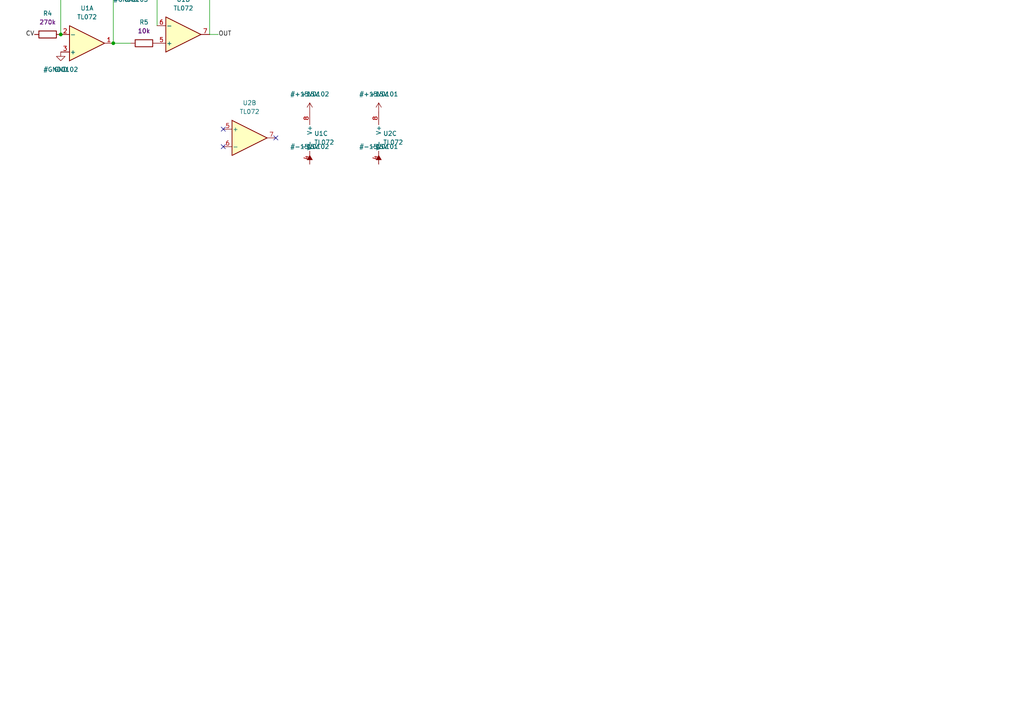
<source format=kicad_sch>
(kicad_sch (version 20230121) (generator eeschema)
  (paper "A4")
  (lib_symbols
    (symbol "Amplifier_Operational:TL072" (pin_names (offset 0.127))
      (property "Reference" "U" (at 0 5.08 0))
      (property "Value" "TL072" (at 0 -5.08 0))
      (symbol "TL072_1_1"
        (polyline (pts (xy -5.08 5.08) (xy 5.08 0) (xy -5.08 -5.08) (xy -5.08 5.08)) (stroke (width 0.254)) (fill (type background)))
        (pin output line (at 7.62 0 180) (length 2.54) (name "~") (number "1"))
        (pin input line (at -7.62 -2.54 0) (length 2.54) (name "-") (number "2"))
        (pin input line (at -7.62 2.54 0) (length 2.54) (name "+") (number "3"))
      )
      (symbol "TL072_2_1"
        (polyline (pts (xy -5.08 5.08) (xy 5.08 0) (xy -5.08 -5.08) (xy -5.08 5.08)) (stroke (width 0.254)) (fill (type background)))
        (pin input line (at -7.62 2.54 0) (length 2.54) (name "+") (number "5"))
        (pin input line (at -7.62 -2.54 0) (length 2.54) (name "-") (number "6"))
        (pin output line (at 7.62 0 180) (length 2.54) (name "~") (number "7"))
      )
      (symbol "TL072_3_1"
        (pin power_in line (at -2.54 -7.62 90) (length 3.81) (name "V-") (number "4"))
        (pin power_in line (at -2.54 7.62 270) (length 3.81) (name "V+") (number "8"))
      )
    )
    (symbol "Device:C" (pin_numbers hide) (pin_names (offset 0.254))
      (property "Reference" "C" (at 0.635 2.54 0))
      (property "Value" "C" (at 0.635 -2.54 0))
      (symbol "C_0_1"
        (polyline (pts (xy -2.032 -0.762) (xy 2.032 -0.762)) (stroke (width 0.508)))
        (polyline (pts (xy -2.032 0.762) (xy 2.032 0.762)) (stroke (width 0.508)))
      )
      (symbol "C_1_1"
        (pin passive line (at 0 3.81 270) (length 2.794) (name "~") (number "1"))
        (pin passive line (at 0 -3.81 90) (length 2.794) (name "~") (number "2"))
      )
    )
    (symbol "Device:R" (pin_numbers hide) (pin_names (offset 0))
      (property "Reference" "R" (at 2.032 0 90))
      (property "Value" "R" (at 0 0 90))
      (symbol "R_0_1"
        (rectangle (start -1.016 -2.54) (end 1.016 2.54) (stroke (width 0.254)))
      )
      (symbol "R_1_1"
        (pin passive line (at 0 3.81 270) (length 1.27) (name "~") (number "1"))
        (pin passive line (at 0 -3.81 90) (length 1.27) (name "~") (number "2"))
      )
    )
    (symbol "Transistor_BJT:BC557" (pin_names (offset 0) hide)
      (property "Reference" "Q" (at 5.08 1.905 0))
      (property "Value" "BC557" (at 5.08 0 0))
      (symbol "BC557_0_1"
        (polyline (pts (xy 0.635 0.635) (xy 2.54 2.54)))
        (polyline (pts (xy 0.635 -0.635) (xy 2.54 -2.54) (xy 2.54 -2.54)))
        (polyline (pts (xy 0.635 1.905) (xy 0.635 -1.905) (xy 0.635 -1.905)) (stroke (width 0.508)))
        (polyline (pts (xy 2.286 -1.778) (xy 1.778 -2.286) (xy 1.27 -1.27) (xy 2.286 -1.778) (xy 2.286 -1.778)) (fill (type outline)))
        (circle (center 1.27 0) (radius 2.8194) (stroke (width 0.254)))
      )
      (symbol "BC557_1_1"
        (pin passive line (at 2.54 5.08 270) (length 2.54) (name "C") (number "1"))
        (pin input line (at -5.08 0 0) (length 5.715) (name "B") (number "2"))
        (pin passive line (at 2.54 -5.08 90) (length 2.54) (name "E") (number "3"))
      )
    )
    (symbol "power:+15V" (power) (pin_names (offset 0))
      (property "Value" "+15V" (at 0 3.556 0))
      (symbol "+15V_0_1"
        (polyline (pts (xy -0.762 1.27) (xy 0 2.54)))
        (polyline (pts (xy 0 0) (xy 0 2.54)))
        (polyline (pts (xy 0 2.54) (xy 0.762 1.27)))
      )
      (symbol "+15V_1_1"
        (pin power_in line (at 0 0 90) (length 0) hide (name "+15V") (number "1"))
      )
    )
    (symbol "power:-15V" (power) (pin_names (offset 0))
      (property "Value" "-15V" (at 0 3.81 0))
      (symbol "-15V_0_0"
        (pin power_in line (at 0 0 90) (length 0) hide (name "-15V") (number "1"))
      )
      (symbol "-15V_0_1"
        (polyline (pts (xy 0 0) (xy 0 1.27) (xy 0.762 1.27) (xy 0 2.54) (xy -0.762 1.27) (xy 0 1.27)) (fill (type outline)))
      )
    )
    (symbol "power:GND" (power) (pin_names (offset 0))
      (property "Value" "GND" (at 0 -3.81 0))
      (symbol "GND_0_1"
        (polyline (pts (xy 0 0) (xy 0 -1.27) (xy 1.27 -1.27) (xy 0 -2.54) (xy -1.27 -1.27) (xy 0 -1.27)))
      )
      (symbol "GND_1_1"
        (pin power_in line (at 0 0 270) (length 0) hide (name "GND") (number "1"))
      )
    )
  )
  (junction (at 32.86 12.54))
  (junction (at 17.62 -2.7))
  (junction (at 2.38 -30.64))
  (junction (at 32.86 -2.7))
  (junction (at 45.56 -5.24))
  (junction (at 17.62 10))
  (junction (at 17.62 -28.1))
  (no_connect (at 80 40))
  (no_connect (at 64.76 42.54))
  (no_connect (at 64.76 37.46))
  (wire (pts (xy 32.86 -2.7) (xy 29.05 -2.7)))
  (wire (pts (xy 32.86 12.54) (xy 32.86 -2.7)))
  (wire (pts (xy 49.37 -5.24) (xy 45.56 -5.24)))
  (wire (pts (xy 2.38 -43.34) (xy 2.38 -30.64)))
  (wire (pts (xy 17.62 -43.34) (xy 13.81 -43.34)))
  (wire (pts (xy 25.24 -25.56) (xy 25.24 -28.1)))
  (wire (pts (xy 17.62 -17.94) (xy 17.62 -2.7)))
  (wire (pts (xy 60.8 10) (xy 63.34 10)))
  (wire (pts (xy -5.24 -30.64) (xy -7.78 -30.64)))
  (wire (pts (xy 60.8 10) (xy 60.8 -5.24)))
  (wire (pts (xy 32.86 -2.7) (xy 32.86 -17.94)))
  (wire (pts (xy 21.43 -2.7) (xy 17.62 -2.7)))
  (wire (pts (xy 17.62 -28.1) (xy 17.62 -43.34)))
  (wire (pts (xy 60.8 -5.24) (xy 56.99 -5.24)))
  (wire (pts (xy 6.19 -43.34) (xy 2.38 -43.34)))
  (wire (pts (xy 20.16 -17.94) (xy 17.62 -17.94)))
  (wire (pts (xy 32.86 -17.94) (xy 30.32 -17.94)))
  (wire (pts (xy 17.62 -2.7) (xy 17.62 10)))
  (wire (pts (xy 32.86 12.54) (xy 37.94 12.54)))
  (wire (pts (xy 45.56 -5.24) (xy 45.56 7.46)))
  (label "CV" (at 10 10 180))
  (label "PULSE" (at -7.78 -30.64 180))
  (label "OUT" (at 63.34 10 0))
  (symbol (lib_id "Device:R") (at 41.75 -5.24 270) (unit 1)
    (property "Reference" "R7" (at 41.75 -11.34 -270))
    (property "Value" "${SIM.PARAMS}" (at 41.75 -8.8 -270))
    (property "Sim.Device" "SPICE" (effects hide))
    (property "Sim.Params" "33k" (at 41.75 -8.8 -270))
    (property "Sim.Pins" "1=1 2=2" (effects hide))
  )
  (symbol (lib_id "Device:R") (at 13.81 10 90) (unit 1)
    (property "Reference" "R4" (at 13.81 3.9 -90))
    (property "Value" "${SIM.PARAMS}" (at 13.81 6.44 -90))
    (property "Sim.Device" "SPICE" (effects hide))
    (property "Sim.Params" "270k" (at 13.81 6.44 -90))
    (property "Sim.Pins" "1=1 2=2" (effects hide))
  )
  (symbol (lib_id "power:+15V") (at 109.84 32.38 0) (unit 1)
    (property "Reference" "+15V" (at 109.84 27.3 0))
    (property "Value" "+15V" (at 109.84 27.3 0))
  )
  (symbol (lib_id "power:GND") (at 17.62 15.08 0) (unit 1)
    (property "Reference" "GND" (at 17.62 20.16 0))
    (property "Value" "GND" (at 17.62 20.16 0))
  )
  (symbol (lib_id "power:+15V") (at 89.84 32.38 0) (unit 1)
    (property "Reference" "+15V" (at 89.84 27.3 0))
    (property "Value" "+15V" (at 89.84 27.3 0))
  )
  (symbol (lib_id "Amplifier_Operational:TL072") (at 10 -28.1 0) (mirror x) (unit 1)
    (property "Reference" "U2" (at 10 -38.26 0))
    (property "Value" "TL072" (at 10 -35.72 0))
    (property "Datasheet" "http://www.ti.com/lit/ds/symlink/tl071.pdf" (effects hide))
    (property "Sim.Device" "SPICE" (effects hide))
    (property "Sim.Params" "type=\"X\" model=\"TL072c\" lib=\"\"" (effects hide))
    (property "Sim.Pins" "1=1 2=2 3=3 4=4 5=5 6=6 7=7 8=8" (effects hide))
  )
  (symbol (lib_id "Amplifier_Operational:TL072") (at 92.38 40 0) (unit 3)
    (property "Reference" "U1" (at 91.11 38.73 360) (effects (justify left)))
    (property "Value" "TL072" (at 91.11 41.27 360) (effects (justify left)))
    (property "Datasheet" "http://www.ti.com/lit/ds/symlink/tl071.pdf" (effects hide))
    (property "Sim.Device" "SPICE" (effects hide))
    (property "Sim.Params" "type=\"X\" model=\"TL072c\" lib=\"\"" (effects hide))
    (property "Sim.Pins" "1=1 2=2 3=3 4=4 5=5 6=6 7=7 8=8" (effects hide))
  )
  (symbol (lib_id "Device:R") (at 53.18 -5.24 270) (unit 1)
    (property "Reference" "R8" (at 53.18 -11.34 -270))
    (property "Value" "${SIM.PARAMS}" (at 53.18 -8.8 -270))
    (property "Sim.Device" "SPICE" (effects hide))
    (property "Sim.Params" "100k" (at 53.18 -8.8 -270))
    (property "Sim.Pins" "1=1 2=2" (effects hide))
  )
  (symbol (lib_id "power:GND") (at 37.94 -5.24 0) (unit 1)
    (property "Reference" "GND" (at 37.94 -0.16 0))
    (property "Value" "GND" (at 37.94 -0.16 0))
  )
  (symbol (lib_id "power:-15V") (at 109.84 47.62 0) (unit 1)
    (property "Reference" "-15V" (at 109.84 42.54 0))
    (property "Value" "-15V" (at 109.84 42.54 0))
  )
  (symbol (lib_id "Transistor_BJT:BC557") (at 25.24 -20.48 90) (mirror x) (unit 1)
    (property "Reference" "Q1" (at 25.24 -15.4 -270))
    (property "Value" "BC557" (at 25.24 -12.86 -270))
    (property "Footprint" "Package_TO_SOT_THT:TO-92_Inline" (effects hide))
    (property "Datasheet" "https://www.onsemi.com/pub/Collateral/BC556BTA-D.pdf" (effects hide))
    (property "Sim.Device" "SPICE" (effects hide))
    (property "Sim.Params" "type=\"Q\" model=\"BC556B\" lib=\"\"" (effects hide))
    (property "Sim.Pins" "1=1 2=2 3=3" (effects hide))
  )
  (symbol (lib_id "power:GND") (at 2.38 -25.56 0) (unit 1)
    (property "Reference" "GND" (at 2.38 -20.48 0))
    (property "Value" "GND" (at 2.38 -20.48 0))
  )
  (symbol (lib_id "Device:R") (at -1.43 -30.64 270) (unit 1)
    (property "Reference" "R1" (at -1.43 -36.74 -270))
    (property "Value" "${SIM.PARAMS}" (at -1.43 -34.2 -270))
    (property "Sim.Device" "SPICE" (effects hide))
    (property "Sim.Params" "100k" (at -1.43 -34.2 -270))
    (property "Sim.Pins" "1=1 2=2" (effects hide))
  )
  (symbol (lib_id "Device:R") (at 21.43 -28.1 270) (unit 1)
    (property "Reference" "R3" (at 21.43 -34.2 -270))
    (property "Value" "${SIM.PARAMS}" (at 21.43 -31.66 -270))
    (property "Sim.Device" "SPICE" (effects hide))
    (property "Sim.Params" "22k" (at 21.43 -31.66 -270))
    (property "Sim.Pins" "1=1 2=2" (effects hide))
  )
  (symbol (lib_id "Device:R") (at 10 -43.34 270) (unit 1)
    (property "Reference" "R2" (at 10 -49.44 -270))
    (property "Value" "${SIM.PARAMS}" (at 10 -46.9 -270))
    (property "Sim.Device" "SPICE" (effects hide))
    (property "Sim.Params" "100k" (at 10 -46.9 -270))
    (property "Sim.Pins" "1=1 2=2" (effects hide))
  )
  (symbol (lib_id "Amplifier_Operational:TL072") (at 112.38 40 0) (unit 3)
    (property "Reference" "U2" (at 111.11 38.73 360) (effects (justify left)))
    (property "Value" "TL072" (at 111.11 41.27 360) (effects (justify left)))
    (property "Datasheet" "http://www.ti.com/lit/ds/symlink/tl071.pdf" (effects hide))
    (property "Sim.Device" "SPICE" (effects hide))
    (property "Sim.Params" "type=\"X\" model=\"TL072c\" lib=\"\"" (effects hide))
    (property "Sim.Pins" "1=1 2=2 3=3 4=4 5=5 6=6 7=7 8=8" (effects hide))
  )
  (symbol (lib_id "power:-15V") (at 89.84 47.62 0) (unit 1)
    (property "Reference" "-15V" (at 89.84 42.54 0))
    (property "Value" "-15V" (at 89.84 42.54 0))
  )
  (symbol (lib_id "Amplifier_Operational:TL072") (at 72.38 40 0) (unit 2)
    (property "Reference" "U2" (at 72.38 29.84 0))
    (property "Value" "TL072" (at 72.38 32.38 0))
    (property "Datasheet" "http://www.ti.com/lit/ds/symlink/tl071.pdf" (effects hide))
    (property "Sim.Device" "SPICE" (effects hide))
    (property "Sim.Params" "type=\"X\" model=\"Tl072c\" lib=\"\"" (effects hide))
    (property "Sim.Pins" "1=1 2=2 3=3 4=4 5=5 6=6 7=7 8=8" (effects hide))
  )
  (symbol (lib_id "Device:R") (at 41.75 12.54 90) (unit 1)
    (property "Reference" "R5" (at 41.75 6.44 -90))
    (property "Value" "${SIM.PARAMS}" (at 41.75 8.98 -90))
    (property "Sim.Device" "SPICE" (effects hide))
    (property "Sim.Params" "10k" (at 41.75 8.98 -90))
    (property "Sim.Pins" "1=1 2=2" (effects hide))
  )
  (symbol (lib_id "Amplifier_Operational:TL072") (at 25.24 12.54 0) (mirror x) (unit 1)
    (property "Reference" "U1" (at 25.24 2.38 0))
    (property "Value" "TL072" (at 25.24 4.92 0))
    (property "Datasheet" "http://www.ti.com/lit/ds/symlink/tl071.pdf" (effects hide))
    (property "Sim.Device" "SPICE" (effects hide))
    (property "Sim.Params" "type=\"X\" model=\"TL072c\" lib=\"\"" (effects hide))
    (property "Sim.Pins" "1=1 2=2 3=3 4=4 5=5 6=6 7=7 8=8" (effects hide))
  )
  (symbol (lib_id "Amplifier_Operational:TL072") (at 53.18 10 0) (mirror x) (unit 2)
    (property "Reference" "U1" (at 53.18 -0.16 0))
    (property "Value" "TL072" (at 53.18 2.38 0))
    (property "Datasheet" "http://www.ti.com/lit/ds/symlink/tl071.pdf" (effects hide))
    (property "Sim.Device" "SPICE" (effects hide))
    (property "Sim.Params" "type=\"X\" model=\"TL072c\" lib=\"\"" (effects hide))
    (property "Sim.Pins" "1=1 2=2 3=3 4=4 5=5 6=6 7=7 8=8" (effects hide))
  )
  (symbol (lib_id "Device:C") (at 25.24 -2.7 270) (unit 1)
    (property "Reference" "C1" (at 25.24 -9.81 -270))
    (property "Value" "${SIM.PARAMS}" (at 25.24 -7.27 -270))
    (property "Sim.Device" "SPICE" (effects hide))
    (property "Sim.Params" "1n" (at 25.24 -7.27 -270))
    (property "Sim.Pins" "1=1 2=2" (effects hide))
  )
)
</source>
